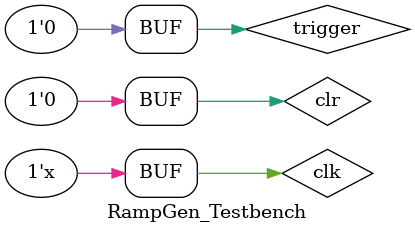
<source format=v>
/*
    RampGen_Testbench.v
*/    

/************************************************************
	Simulation system asserts hard "Clear" for first 100ns
************************************************************/	

`timescale 1ns / 1ps

module RampGen_Testbench;

    reg  clk;
    reg  clr;
    reg  trigger = 0;
    wire [9:0] ramp;
                        
    RampGenerator #(.ClockFrequency (1e8), .DelayTime (1e-6), .RampTime (3e-5), .FinalVoltage (0.35))
                  U1 (.Clock (clk),
                      .Clear (clr),
                      .Trigger (trigger),
                      .Enable (1'b1),
                      .Ramp (ramp));

    //
    // test bench initializations
    //    
    initial
    begin
        $display ("module: %m");
//        $display ("U1.cordicOut, U1.windowOut, U1.multiplierOut, U1.subtracterOut, U1.dac_input");
//        $monitor($time, ": DATA: %d, %d, %d, %d, %d", U1.cordicOut, U1.windowOut, U1.multiplierOut, U1.subtracterOut, U1.dac_input); 

          clk = 1'b0;
          clr = 1'b1;
      #50 clr = 1'b0;
    end
    
    //
    // clock period
    //
    always
        #5 clk = ~clk; //toggle clk 
        
    //
    // test run
    //
    initial
    begin
        #135 trigger = 1'b1;
        #10  trigger = 1'b0;
         
       // #835 trigger = 1'b1;
      //  #10  trigger = 1'b0;
         
      // #5000 $finish;                   
    end
        
endmodule

</source>
